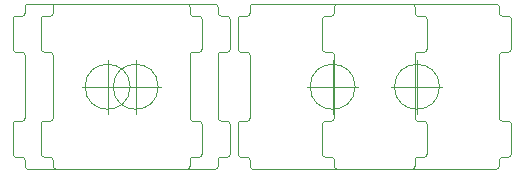
<source format=gbr>
G04 #@! TF.GenerationSoftware,KiCad,Pcbnew,(5.1.5)-3*
G04 #@! TF.CreationDate,2020-03-18T20:23:38-05:00*
G04 #@! TF.ProjectId,Advanced-PCB,41647661-6e63-4656-942d-5043422e6b69,rev?*
G04 #@! TF.SameCoordinates,Original*
G04 #@! TF.FileFunction,Other,ECO1*
%FSLAX46Y46*%
G04 Gerber Fmt 4.6, Leading zero omitted, Abs format (unit mm)*
G04 Created by KiCad (PCBNEW (5.1.5)-3) date 2020-03-18 20:23:38*
%MOMM*%
%LPD*%
G04 APERTURE LIST*
%ADD10C,0.100000*%
G04 APERTURE END LIST*
D10*
X227965000Y-138898000D02*
G75*
G03X227711000Y-138644000I-254000J0D01*
G01*
X226949000Y-138390000D02*
X226949000Y-135850000D01*
X227965000Y-138898000D02*
X227965000Y-139406000D01*
X227203000Y-129754000D02*
G75*
G02X226949000Y-129500000I0J254000D01*
G01*
X228219000Y-125690000D02*
G75*
G03X227965000Y-125944000I0J-254000D01*
G01*
X227711000Y-129754000D02*
G75*
G02X227965000Y-130008000I0J-254000D01*
G01*
X227203000Y-138644000D02*
X227711000Y-138644000D01*
X227203000Y-135596000D02*
X227711000Y-135596000D01*
X227203000Y-135596000D02*
G75*
G03X226949000Y-135850000I0J-254000D01*
G01*
X227203000Y-129754000D02*
X227711000Y-129754000D01*
X227965000Y-139406000D02*
G75*
G03X228219000Y-139660000I254000J0D01*
G01*
X227965000Y-135342000D02*
X227965000Y-130008000D01*
X227203000Y-126706000D02*
X227711000Y-126706000D01*
X227965000Y-126452000D02*
X227965000Y-125944000D01*
X226949000Y-126960000D02*
X226949000Y-129500000D01*
X227965000Y-126452000D02*
G75*
G02X227711000Y-126706000I-254000J0D01*
G01*
X226949000Y-126960000D02*
G75*
G02X227203000Y-126706000I254000J0D01*
G01*
X226949000Y-138390000D02*
G75*
G03X227203000Y-138644000I254000J0D01*
G01*
X227711000Y-135596000D02*
G75*
G03X227965000Y-135342000I0J254000D01*
G01*
X241681000Y-139660000D02*
G75*
G03X241935000Y-139406000I0J254000D01*
G01*
X242697000Y-135596000D02*
G75*
G02X242951000Y-135850000I0J-254000D01*
G01*
X242951000Y-138390000D02*
X242951000Y-135850000D01*
X241935000Y-138898000D02*
X241935000Y-139406000D01*
X242697000Y-138644000D02*
X242189000Y-138644000D01*
X241935000Y-138898000D02*
G75*
G02X242189000Y-138644000I254000J0D01*
G01*
X242951000Y-138390000D02*
G75*
G02X242697000Y-138644000I-254000J0D01*
G01*
X242189000Y-135596000D02*
G75*
G02X241935000Y-135342000I0J254000D01*
G01*
X242697000Y-135596000D02*
X242189000Y-135596000D01*
X242189000Y-129754000D02*
G75*
G03X241935000Y-130008000I0J-254000D01*
G01*
X242697000Y-129754000D02*
X242189000Y-129754000D01*
X242697000Y-129754000D02*
G75*
G03X242951000Y-129500000I0J254000D01*
G01*
X242951000Y-126960000D02*
G75*
G03X242697000Y-126706000I-254000J0D01*
G01*
X241935000Y-126452000D02*
G75*
G03X242189000Y-126706000I254000J0D01*
G01*
X236855000Y-132675000D02*
G75*
G03X236855000Y-132675000I-1905000J0D01*
G01*
X237109000Y-132675000D02*
X232791000Y-132675000D01*
X234950000Y-130389000D02*
X234950000Y-134961000D01*
X242951000Y-126960000D02*
X242951000Y-129500000D01*
X242697000Y-126706000D02*
X242189000Y-126706000D01*
X241935000Y-126452000D02*
X241935000Y-125944000D01*
X241935000Y-130008000D02*
X241935000Y-135342000D01*
X228219000Y-125690000D02*
X241681000Y-125690000D01*
X241935000Y-125944000D02*
G75*
G03X241681000Y-125690000I-254000J0D01*
G01*
X228219000Y-139660000D02*
X241681000Y-139660000D01*
X208915000Y-138898000D02*
G75*
G03X208661000Y-138644000I-254000J0D01*
G01*
X207899000Y-138390000D02*
X207899000Y-135850000D01*
X208915000Y-138898000D02*
X208915000Y-139406000D01*
X208153000Y-129754000D02*
G75*
G02X207899000Y-129500000I0J254000D01*
G01*
X209169000Y-125690000D02*
G75*
G03X208915000Y-125944000I0J-254000D01*
G01*
X208661000Y-129754000D02*
G75*
G02X208915000Y-130008000I0J-254000D01*
G01*
X208153000Y-138644000D02*
X208661000Y-138644000D01*
X208153000Y-135596000D02*
X208661000Y-135596000D01*
X208153000Y-135596000D02*
G75*
G03X207899000Y-135850000I0J-254000D01*
G01*
X208153000Y-129754000D02*
X208661000Y-129754000D01*
X208915000Y-139406000D02*
G75*
G03X209169000Y-139660000I254000J0D01*
G01*
X208915000Y-135342000D02*
X208915000Y-130008000D01*
X208153000Y-126706000D02*
X208661000Y-126706000D01*
X208915000Y-126452000D02*
X208915000Y-125944000D01*
X207899000Y-126960000D02*
X207899000Y-129500000D01*
X208915000Y-126452000D02*
G75*
G02X208661000Y-126706000I-254000J0D01*
G01*
X207899000Y-126960000D02*
G75*
G02X208153000Y-126706000I254000J0D01*
G01*
X207899000Y-138390000D02*
G75*
G03X208153000Y-138644000I254000J0D01*
G01*
X208661000Y-135596000D02*
G75*
G03X208915000Y-135342000I0J254000D01*
G01*
X222631000Y-139660000D02*
G75*
G03X222885000Y-139406000I0J254000D01*
G01*
X223647000Y-135596000D02*
G75*
G02X223901000Y-135850000I0J-254000D01*
G01*
X223901000Y-138390000D02*
X223901000Y-135850000D01*
X222885000Y-138898000D02*
X222885000Y-139406000D01*
X223647000Y-138644000D02*
X223139000Y-138644000D01*
X222885000Y-138898000D02*
G75*
G02X223139000Y-138644000I254000J0D01*
G01*
X223901000Y-138390000D02*
G75*
G02X223647000Y-138644000I-254000J0D01*
G01*
X223139000Y-135596000D02*
G75*
G02X222885000Y-135342000I0J254000D01*
G01*
X223647000Y-135596000D02*
X223139000Y-135596000D01*
X223139000Y-129754000D02*
G75*
G03X222885000Y-130008000I0J-254000D01*
G01*
X223647000Y-129754000D02*
X223139000Y-129754000D01*
X223647000Y-129754000D02*
G75*
G03X223901000Y-129500000I0J254000D01*
G01*
X223901000Y-126960000D02*
G75*
G03X223647000Y-126706000I-254000J0D01*
G01*
X222885000Y-126452000D02*
G75*
G03X223139000Y-126706000I254000J0D01*
G01*
X217805000Y-132675000D02*
G75*
G03X217805000Y-132675000I-1905000J0D01*
G01*
X218059000Y-132675000D02*
X213741000Y-132675000D01*
X215900000Y-130389000D02*
X215900000Y-134961000D01*
X223901000Y-126960000D02*
X223901000Y-129500000D01*
X223647000Y-126706000D02*
X223139000Y-126706000D01*
X222885000Y-126452000D02*
X222885000Y-125944000D01*
X222885000Y-130008000D02*
X222885000Y-135342000D01*
X209169000Y-125690000D02*
X222631000Y-125690000D01*
X222885000Y-125944000D02*
G75*
G03X222631000Y-125690000I-254000J0D01*
G01*
X209169000Y-139660000D02*
X222631000Y-139660000D01*
X235108750Y-138898000D02*
G75*
G03X234854750Y-138644000I-254000J0D01*
G01*
X234092750Y-138390000D02*
X234092750Y-135850000D01*
X235108750Y-138898000D02*
X235108750Y-139406000D01*
X234346750Y-129754000D02*
G75*
G02X234092750Y-129500000I0J254000D01*
G01*
X235362750Y-125690000D02*
G75*
G03X235108750Y-125944000I0J-254000D01*
G01*
X234854750Y-129754000D02*
G75*
G02X235108750Y-130008000I0J-254000D01*
G01*
X234346750Y-138644000D02*
X234854750Y-138644000D01*
X234346750Y-135596000D02*
X234854750Y-135596000D01*
X234346750Y-135596000D02*
G75*
G03X234092750Y-135850000I0J-254000D01*
G01*
X234346750Y-129754000D02*
X234854750Y-129754000D01*
X235108750Y-139406000D02*
G75*
G03X235362750Y-139660000I254000J0D01*
G01*
X235108750Y-135342000D02*
X235108750Y-130008000D01*
X234346750Y-126706000D02*
X234854750Y-126706000D01*
X235108750Y-126452000D02*
X235108750Y-125944000D01*
X234092750Y-126960000D02*
X234092750Y-129500000D01*
X235108750Y-126452000D02*
G75*
G02X234854750Y-126706000I-254000J0D01*
G01*
X234092750Y-126960000D02*
G75*
G02X234346750Y-126706000I254000J0D01*
G01*
X234092750Y-138390000D02*
G75*
G03X234346750Y-138644000I254000J0D01*
G01*
X234854750Y-135596000D02*
G75*
G03X235108750Y-135342000I0J254000D01*
G01*
X248824750Y-139660000D02*
G75*
G03X249078750Y-139406000I0J254000D01*
G01*
X249840750Y-135596000D02*
G75*
G02X250094750Y-135850000I0J-254000D01*
G01*
X250094750Y-138390000D02*
X250094750Y-135850000D01*
X249078750Y-138898000D02*
X249078750Y-139406000D01*
X249840750Y-138644000D02*
X249332750Y-138644000D01*
X249078750Y-138898000D02*
G75*
G02X249332750Y-138644000I254000J0D01*
G01*
X250094750Y-138390000D02*
G75*
G02X249840750Y-138644000I-254000J0D01*
G01*
X249332750Y-135596000D02*
G75*
G02X249078750Y-135342000I0J254000D01*
G01*
X249840750Y-135596000D02*
X249332750Y-135596000D01*
X249332750Y-129754000D02*
G75*
G03X249078750Y-130008000I0J-254000D01*
G01*
X249840750Y-129754000D02*
X249332750Y-129754000D01*
X249840750Y-129754000D02*
G75*
G03X250094750Y-129500000I0J254000D01*
G01*
X250094750Y-126960000D02*
G75*
G03X249840750Y-126706000I-254000J0D01*
G01*
X249078750Y-126452000D02*
G75*
G03X249332750Y-126706000I254000J0D01*
G01*
X243998750Y-132675000D02*
G75*
G03X243998750Y-132675000I-1905000J0D01*
G01*
X244252750Y-132675000D02*
X239934750Y-132675000D01*
X242093750Y-130389000D02*
X242093750Y-134961000D01*
X250094750Y-126960000D02*
X250094750Y-129500000D01*
X249840750Y-126706000D02*
X249332750Y-126706000D01*
X249078750Y-126452000D02*
X249078750Y-125944000D01*
X249078750Y-130008000D02*
X249078750Y-135342000D01*
X235362750Y-125690000D02*
X248824750Y-125690000D01*
X249078750Y-125944000D02*
G75*
G03X248824750Y-125690000I-254000J0D01*
G01*
X235362750Y-139660000D02*
X248824750Y-139660000D01*
X211296250Y-138898000D02*
G75*
G03X211042250Y-138644000I-254000J0D01*
G01*
X210280250Y-138390000D02*
X210280250Y-135850000D01*
X211296250Y-138898000D02*
X211296250Y-139406000D01*
X210534250Y-129754000D02*
G75*
G02X210280250Y-129500000I0J254000D01*
G01*
X211550250Y-125690000D02*
G75*
G03X211296250Y-125944000I0J-254000D01*
G01*
X211042250Y-129754000D02*
G75*
G02X211296250Y-130008000I0J-254000D01*
G01*
X210534250Y-138644000D02*
X211042250Y-138644000D01*
X210534250Y-135596000D02*
X211042250Y-135596000D01*
X210534250Y-135596000D02*
G75*
G03X210280250Y-135850000I0J-254000D01*
G01*
X210534250Y-129754000D02*
X211042250Y-129754000D01*
X211296250Y-139406000D02*
G75*
G03X211550250Y-139660000I254000J0D01*
G01*
X211296250Y-135342000D02*
X211296250Y-130008000D01*
X210534250Y-126706000D02*
X211042250Y-126706000D01*
X211296250Y-126452000D02*
X211296250Y-125944000D01*
X210280250Y-126960000D02*
X210280250Y-129500000D01*
X211296250Y-126452000D02*
G75*
G02X211042250Y-126706000I-254000J0D01*
G01*
X210280250Y-126960000D02*
G75*
G02X210534250Y-126706000I254000J0D01*
G01*
X210280250Y-138390000D02*
G75*
G03X210534250Y-138644000I254000J0D01*
G01*
X211042250Y-135596000D02*
G75*
G03X211296250Y-135342000I0J254000D01*
G01*
X225012250Y-139660000D02*
G75*
G03X225266250Y-139406000I0J254000D01*
G01*
X226028250Y-135596000D02*
G75*
G02X226282250Y-135850000I0J-254000D01*
G01*
X226282250Y-138390000D02*
X226282250Y-135850000D01*
X225266250Y-138898000D02*
X225266250Y-139406000D01*
X226028250Y-138644000D02*
X225520250Y-138644000D01*
X225266250Y-138898000D02*
G75*
G02X225520250Y-138644000I254000J0D01*
G01*
X226282250Y-138390000D02*
G75*
G02X226028250Y-138644000I-254000J0D01*
G01*
X225520250Y-135596000D02*
G75*
G02X225266250Y-135342000I0J254000D01*
G01*
X226028250Y-135596000D02*
X225520250Y-135596000D01*
X225520250Y-129754000D02*
G75*
G03X225266250Y-130008000I0J-254000D01*
G01*
X226028250Y-129754000D02*
X225520250Y-129754000D01*
X226028250Y-129754000D02*
G75*
G03X226282250Y-129500000I0J254000D01*
G01*
X226282250Y-126960000D02*
G75*
G03X226028250Y-126706000I-254000J0D01*
G01*
X225266250Y-126452000D02*
G75*
G03X225520250Y-126706000I254000J0D01*
G01*
X220186250Y-132675000D02*
G75*
G03X220186250Y-132675000I-1905000J0D01*
G01*
X220440250Y-132675000D02*
X216122250Y-132675000D01*
X218281250Y-130389000D02*
X218281250Y-134961000D01*
X226282250Y-126960000D02*
X226282250Y-129500000D01*
X226028250Y-126706000D02*
X225520250Y-126706000D01*
X225266250Y-126452000D02*
X225266250Y-125944000D01*
X225266250Y-130008000D02*
X225266250Y-135342000D01*
X211550250Y-125690000D02*
X225012250Y-125690000D01*
X225266250Y-125944000D02*
G75*
G03X225012250Y-125690000I-254000J0D01*
G01*
X211550250Y-139660000D02*
X225012250Y-139660000D01*
M02*

</source>
